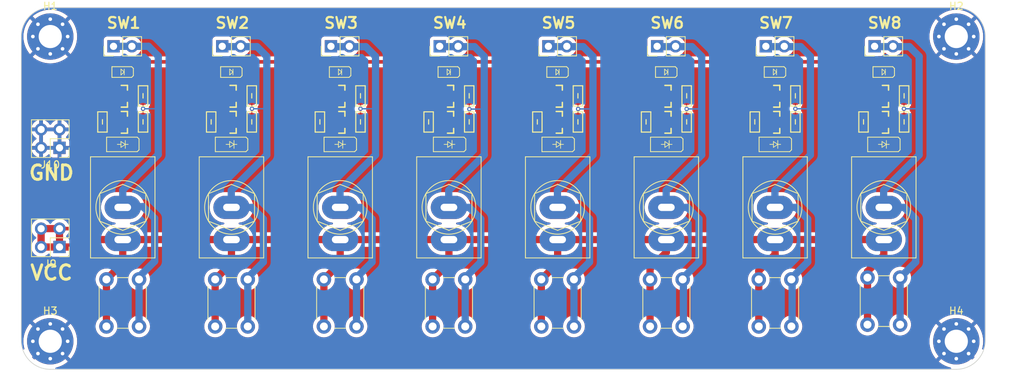
<source format=kicad_pcb>
(kicad_pcb (version 20220621) (generator pcbnew)
  (layers (0 "F.Cu" signal) (31 "B.Cu" signal) (34 "B.Paste" user) (35 "F.Paste" user) (36 "B.SilkS" user "B.Silkscreen") (37 "F.SilkS" user "F.Silkscreen") (38 "B.Mask" user) (39 "F.Mask" user) (44 "Edge.Cuts" user))
  (net 0 "")
  (net 1 "Net-(D1-K)")
  (net 2 "VCC")
  (net 3 "Net-(Q1-S)")
  (net 4 "GND")
  (net 5 "Net-(D3-K)")
  (net 6 "Net-(D4-K)")
  (net 7 "Net-(D5-K)")
  (net 8 "Net-(D6-K)")
  (net 9 "Net-(D7-K)")
  (net 10 "Net-(D8-K)")
  (net 11 "Net-(D9-K)")
  (net 12 "Net-(D10-K)")
  (net 13 "Net-(D11-K)")
  (net 14 "Net-(D12-K)")
  (net 15 "Net-(D13-K)")
  (net 16 "Net-(D14-K)")
  (net 17 "Net-(D15-K)")
  (net 18 "Net-(D16-K)")
  (net 19 "Net-(Q3-B)")
  (net 20 "Net-(Q5-B)")
  (net 21 "Net-(Q7-B)")
  (net 22 "Net-(Q10-S)")
  (net 23 "Net-(Q11-B)")
  (net 24 "Net-(Q13-B)")
  (net 25 "Net-(Q15-B)")
  (net 26 "/Switch_LED_1/Output")
  (net 27 "/Switch_LED_2/Output")
  (net 28 "/Switch_LED_3/Output")
  (net 29 "/Switch_LED_4/Output")
  (net 30 "/Switch_LED_5/Output")
  (net 31 "/Switch_LED_6/Output")
  (net 32 "/Switch_LED_7/Output")
  (net 33 "/Switch_LED_8/Output")
  (net 34 "Net-(D2-K)")
  (footprint "Library:PinHeader_1x02_P2.54mm_Vertical" (layer "F.Cu") (at 175.725 49.25 90)
    (fp_text reference "J7")
    (fp_text value "Conn_01x02")
  )
  (footprint "Library:SOT-23" (layer "F.Cu") (at 162 59.7)
    (fp_text reference "Q11")
    (fp_text value "BC817")
  )
  (footprint "Library:R_0603_1608Metric" (layer "F.Cu") (at 194.8 59.7 -90)
    (fp_text reference "R22")
    (fp_text value "10k")
  )
  (footprint "Library:SOT-23" (layer "F.Cu") (at 177 59.7)
    (fp_text reference "Q13")
    (fp_text value "BC817")
  )
  (footprint "Library:SOT-23" (layer "F.Cu") (at 87 56.1)
    (fp_text reference "Q1")
    (fp_text value "AO3400A")
  )
  (footprint "Library:R_0603_1608Metric" (layer "F.Cu") (at 114.2 59.7 -90)
    (fp_text reference "R3")
    (fp_text value "33R")
  )
  (footprint "Library:R_0603_1608Metric" (layer "F.Cu") (at 104.8 59.7 -90)
    (fp_text reference "R7")
    (fp_text value "10k")
  )
  (footprint "Library:PinHeader_1x02_P2.54mm_Vertical" (layer "F.Cu") (at 85.725 49.25 90)
    (fp_text reference "J1")
    (fp_text value "Conn_01x02")
  )
  (footprint "Library:SOT-23" (layer "F.Cu") (at 147 56.1)
    (fp_text reference "Q10")
    (fp_text value "AO3400A")
  )
  (footprint "Library:LED_0603_1608Metric" (layer "F.Cu") (at 101.98 52.8 180)
    (fp_text reference "D4")
    (fp_text value "LED")
  )
  (footprint "Library:R_0603_1608Metric" (layer "F.Cu") (at 89.8 56.1 -90)
    (fp_text reference "R5")
    (fp_text value "1k")
  )
  (footprint "Library:R_0603_1608Metric" (layer "F.Cu") (at 129.2 59.7 -90)
    (fp_text reference "R4")
    (fp_text value "33R")
  )
  (footprint "Library:SW_PUSH_6mm_H5mm" (layer "F.Cu") (at 189.75 87.7 90)
    (fp_text reference "SW15")
    (fp_text value "SW_Push")
  )
  (footprint "Library:PinHeader_1x02_P2.54mm_Vertical" (layer "F.Cu") (at 160.725 49.25 90)
    (fp_text reference "J6")
    (fp_text value "Conn_01x02")
  )
  (footprint "Library:SOT-23" (layer "F.Cu") (at 177 56.1)
    (fp_text reference "Q14")
    (fp_text value "AO3400A")
  )
  (footprint "Library:R_0603_1608Metric" (layer "F.Cu") (at 159.2 59.7 -90)
    (fp_text reference "R18")
    (fp_text value "33R")
  )
  (footprint "Library:SW_Toggle_Blue_wSlots_2_Pins" (layer "F.Cu") (at 162 71.5 90)
    (fp_text reference "SW12" hide)
    (fp_text value "SW_SPST")
  )
  (footprint "MountingHole:MountingHole_3.2mm_M3_Pad_Via" (layer "F.Cu") (at 77 47.9)
    (fp_text reference "H1")
    (fp_text value "MountingHole_Pad")
  )
  (footprint "Library:R_0603_1608Metric" (layer "F.Cu") (at 149.8 59.7 -90)
    (fp_text reference "R13")
    (fp_text value "10k")
  )
  (footprint "Library:R_0603_1608Metric" (layer "F.Cu") (at 194.8 56.1 -90)
    (fp_text reference "R23")
    (fp_text value "1k")
  )
  (footprint "Library:SW_PUSH_6mm_H5mm" (layer "F.Cu") (at 114.75 87.95 90)
    (fp_text reference "SW5")
    (fp_text value "SW_Push")
  )
  (footprint "Library:SW_Toggle_Blue_wSlots_2_Pins" (layer "F.Cu") (at 177 71.5 90)
    (fp_text reference "SW14" hide)
    (fp_text value "SW_SPST")
  )
  (footprint "Library:R_0603_1608Metric" (layer "F.Cu") (at 104.8 56.1 -90)
    (fp_text reference "R8")
    (fp_text value "1k")
  )
  (footprint "Library:R_0603_1608Metric" (layer "F.Cu") (at 119.8 56.1 -90)
    (fp_text reference "R10")
    (fp_text value "1k")
  )
  (footprint "Library:SOT-23" (layer "F.Cu") (at 192 59.7)
    (fp_text reference "Q15")
    (fp_text value "BC817")
  )
  (footprint "Library:R_0603_1608Metric" (layer "F.Cu") (at 179.8 56.1 -90)
    (fp_text reference "R20")
    (fp_text value "1k")
  )
  (footprint "Library:SW_PUSH_6mm_H5mm" (layer "F.Cu") (at 84.75 87.95 90)
    (fp_text reference "SW1")
    (fp_text value "SW_Push")
  )
  (footprint "Library:D_SOD-123" (layer "F.Cu") (at 102 62.8 180)
    (fp_text reference "D3")
    (fp_text value "BZT52C10")
  )
  (footprint "Library:R_0603_1608Metric" (layer "F.Cu") (at 164.8 56.1 -90)
    (fp_text reference "R17")
    (fp_text value "1k")
  )
  (footprint "Library:SOT-23" (layer "F.Cu") (at 192 56.1)
    (fp_text reference "Q16")
    (fp_text value "AO3400A")
  )
  (footprint "Library:PinHeader_1x02_P2.54mm_Vertical" (layer "F.Cu") (at 100.725 49.25 90)
    (fp_text reference "J2")
    (fp_text value "Conn_01x02")
  )
  (footprint "Library:LED_0603_1608Metric" (layer "F.Cu") (at 116.98 52.8 180)
    (fp_text reference "D6")
    (fp_text value "LED")
  )
  (footprint "Library:SOT-23" (layer "F.Cu") (at 102 56.1)
    (fp_text reference "Q4")
    (fp_text value "AO3400A")
  )
  (footprint "Library:PinHeader_1x02_P2.54mm_Vertical" (layer "F.Cu") (at 115.725 49.25 90)
    (fp_text reference "J3")
    (fp_text value "Conn_01x02")
  )
  (footprint "Library:SW_Toggle_Blue_wSlots_2_Pins" (layer "F.Cu") (at 147 71.5 90)
    (fp_text reference "SW10" hide)
    (fp_text value "SW_SPST")
  )
  (footprint "Library:SOT-23" (layer "F.Cu") (at 162 56.1)
    (fp_text reference "Q12")
    (fp_text value "AO3400A")
  )
  (footprint "Library:SW_PUSH_6mm_H5mm" (layer "F.Cu") (at 174.75 87.95 90)
    (fp_text reference "SW13")
    (fp_text value "SW_Push")
  )
  (footprint "Library:D_SOD-123" (layer "F.Cu") (at 87 62.8 180)
    (fp_text reference "D2")
    (fp_text value "BZT52C10")
  )
  (footprint "Library:SW_Toggle_Blue_wSlots_2_Pins" (layer "F.Cu") (at 102 71.5 90)
    (fp_text reference "SW4" hide)
    (fp_text value "SW_SPST")
  )
  (footprint "Library:SOT-23" (layer "F.Cu") (at 102 59.7)
    (fp_text reference "Q3")
    (fp_text value "BC817")
  )
  (footprint "Library:D_SOD-123" (layer "F.Cu") (at 117 62.8 180)
    (fp_text reference "D5")
    (fp_text value "BZT52C10")
  )
  (footprint "Library:SW_PUSH_6mm_H5mm" (layer "F.Cu") (at 129.75 87.95 90)
    (fp_text reference "SW7")
    (fp_text value "SW_Push")
  )
  (footprint "Library:SW_PUSH_6mm_H5mm" (layer "F.Cu") (at 159.75 87.95 90)
    (fp_text reference "SW11")
    (fp_text value "SW_Push")
  )
  (footprint "Library:SOT-23" (layer "F.Cu") (at 117 56.1)
    (fp_text reference "Q6")
    (fp_text value "AO3400A")
  )
  (footprint "Library:LED_0603_1608Metric" (layer "F.Cu") (at 176.98 52.8 180)
    (fp_text reference "D14")
    (fp_text value "LED")
  )
  (footprint "Library:D_SOD-123" (layer "F.Cu") (at 132.078571 62.8 180)
    (fp_text reference "D7")
    (fp_text value "BZT52C10")
  )
  (footprint "MountingHole:MountingHole_3.2mm_M3_Pad_Via" (layer "F.Cu") (at 202 90)
    (fp_text reference "H4")
    (fp_text value "MountingHole_Pad")
  )
  (footprint "Library:SW_Toggle_Blue_wSlots_2_Pins" (layer "F.Cu") (at 87 71.5 90)
    (fp_text reference "SW2" hide)
    (fp_text value "SW_SPST")
  )
  (footprint "Library:R_0603_1608Metric" (layer "F.Cu") (at 174.2 59.7 -90)
    (fp_text reference "R21")
    (fp_text value "33R")
  )
  (footprint "Library:SOT-23" (layer "F.Cu") (at 132 56.1)
    (fp_text reference "Q8")
    (fp_text value "AO3400A")
  )
  (footprint "Library:R_0603_1608Metric" (layer "F.Cu") (at 149.8 56.1 -90)
    (fp_text reference "R14")
    (fp_text value "1k")
  )
  (footprint "Library:R_0603_1608Metric" (layer "F.Cu") (at 164.8 59.7 -90)
    (fp_text reference "R16")
    (fp_text value "10k")
  )
  (footprint "Library:SW_PUSH_6mm_H5mm" (layer "F.Cu") (at 144.75 87.95 90)
    (fp_text reference "SW9")
    (fp_text value "SW_Push")
  )
  (footprint "Library:R_0603_1608Metric" (layer "F.Cu") (at 179.8 59.7 -90)
    (fp_text reference "R19")
    (fp_text value "10k")
  )
  (footprint "Library:LED_0603_1608Metric" (layer "F.Cu") (at 146.98 52.8 180)
    (fp_text reference "D10")
    (fp_text value "LED")
  )
  (footprint "Library:D_SOD-123" (layer "F.Cu") (at 192 62.8 180)
    (fp_text reference "D15")
    (fp_text value "BZT52C10")
  )
  (footprint "Connector_PinHeader_2.54mm:PinHeader_2x02_P2.54mm_Vertical" (layer "F.Cu") (at 78.275 63.275 180)
    (fp_text reference "J10")
    (fp_text value "GND")
  )
  (footprint "Library:R_0603_1608Metric" (layer "F.Cu") (at 99.2 59.7 -90)
    (fp_text reference "R2")
    (fp_text value "33R")
  )
  (footprint "Library:D_SOD-123" (layer "F.Cu") (at 177.019642 62.8 180)
    (fp_text reference "D13")
    (fp_text value "BZT52C10")
  )
  (footprint "Library:D_SOD-123" (layer "F.Cu") (at 147.058928 62.8 180)
    (fp_text reference "D9")
    (fp_text value "BZT52C10")
  )
  (footprint "Library:SW_PUSH_6mm_H5mm" (layer "F.Cu") (at 99.75 87.95 90)
    (fp_text reference "SW3")
    (fp_text value "SW_Push")
  )
  (footprint "Library:R_0603_1608Metric" (layer "F.Cu") (at 134.8 59.7 -90)
    (fp_text reference "R11")
    (fp_text value "10k")
  )
  (footprint "Library:PinHeader_1x02_P2.54mm_Vertical" (layer "F.Cu") (at 145.725 49.25 90)
    (fp_text reference "J5")
    (fp_text value "Conn_01x02")
  )
  (footprint "Library:D_SOD-123" (layer "F.Cu") (at 162.039285 62.8 180)
    (fp_text reference "D11")
    (fp_text value "BZT52C10")
  )
  (footprint "Library:R_0603_1608Metric" (layer "F.Cu") (at 189.2 59.7 -90)
    (fp_text reference "R24")
    (fp_text value "33R")
  )
  (footprint "Library:SW_Toggle_Blue_wSlots_2_Pins" (layer "F.Cu") (at 132 71.5 90)
    (fp_text reference "SW8" hide)
    (fp_text value "SW_SPST")
  )
  (footprint "Library:R_0603_1608Metric" (layer "F.Cu") (at 89.8 59.7 -90)
    (fp_text reference "R6")
    (fp_text value "10k")
  )
  (footprint "Library:SW_Toggle_Blue_wSlots_2_Pins" (layer "F.Cu") (at 117 71.5 90)
    (fp_text reference "SW6" hide)
    (fp_text value "SW_SPST")
  )
  (footprint "Library:SOT-23" (layer "F.Cu") (at 117 59.7)
    (fp_text reference "Q5")
    (fp_text value "BC817")
  )
  (footprint "Library:PinHeader_1x02_P2.54mm_Vertical" (layer "F.Cu") (at 130.725 49.25 90)
    (fp_text reference "J4")
    (fp_text value "Conn_01x02")
  )
  (footprint "Library:R_0603_1608Metric" (layer "F.Cu") (at 144.2 59.7 -90)
    (fp_text reference "R15")
    (fp_text value "33R")
  )
  (footprint "Library:SOT-23" (layer "F.Cu") (at 147 59.7)
    (fp_text reference "Q9")
    (fp_text value "BC817")
  )
  (footprint "Library:R_0603_1608Metric" (layer "F.Cu") (at 134.8 56.1 -90)
    (fp_text reference "R12")
    (fp_text value "1k")
  )
  (footprint "Library:LED_0603_1608Metric" (layer "F.Cu") (at 191.98 52.8 180)
    (fp_text reference "D16")
    (fp_text value "LED")
  )
  (footprint "Library:LED_0603_1608Metric" (layer "F.Cu") (at 86.98 52.8 180)
    (fp_text reference "D1")
    (fp_text value "LED")
  )
  (footprint "Library:SW_Toggle_Blue_wSlots_2_Pins" (layer "F.Cu") (at 192 71.5 90)
    (fp_text reference "SW16" hide)
    (fp_text value "SW_SPST")
  )
  (footprint "Library:R_0603_1608Metric" (layer "F.Cu") (at 119.8 59.7 -90)
    (fp_text reference "R9")
    (fp_text value "10k")
  )
  (footprint "Library:SOT-23" (layer "F.Cu") (at 132 59.7)
    (fp_text reference "Q7")
    (fp_text value "BC817")
  )
  (footprint "Library:LED_0603_1608Metric" (layer "F.Cu") (at 131.98 52.8 180)
    (fp_text reference "D8")
    (fp_text value "LED")
  )
  (footprint "MountingHole:MountingHole_3.2mm_M3_Pad_Via" (layer "F.Cu") (at 77 90)
    (fp_text reference "H3")
    (fp_text value "MountingHole_Pad")
  )
  (footprint "Library:SOT-23" (layer "F.Cu") (at 87 59.7)
    (fp_text reference "Q2")
    (fp_text value "BC817")
  )
  (footprint "Library:R_0603_1608Metric" (layer "F.Cu") (at 84.2 59.7 -90)
    (fp_text reference "R1")
    (fp_text value "33R")
  )
  (footprint "MountingHole:MountingHole_3.2mm_M3_Pad_Via" (layer "F.Cu") (at 202 47.9)
    (fp_text reference "H2")
    (fp_text value "MountingHole_Pad")
  )
  (footprint "Library:LED_0603_1608Metric" (layer "F.Cu") (at 161.98 52.8 180)
    (fp_text reference "D12")
    (fp_text value "LED")
  )
  (footprint "Connector_PinHeader_2.54mm:PinHeader_2x02_P2.54mm_Vertical" (layer "F.Cu") (at 78.275 76.975 180)
    (fp_text reference "J9")
    (fp_text value "VCC")
  )
  (footprint "Library:PinHeader_1x02_P2.54mm_Vertical" (layer "F.Cu") (at 190.725 49.25 90)
    (fp_text reference "J8")
    (fp_text value "Conn_01x02")
  )
  (gr_arc (start 73 47.9) (mid 74.171573 45.071573) (end 77 43.9) (stroke (width 0.1)) (layer "Edge.Cuts"))
  (gr_line (start 77 93.871573) (end 202 93.871573) (stroke (width 0.1)) (layer "Edge.Cuts"))
  (gr_line (start 73 47.9) (end 73 89.871573) (stroke (width 0.1)) (layer "Edge.Cuts"))
  (gr_arc (start 77 93.871573) (mid 74.171573 92.7) (end 73 89.871573) (stroke (width 0.1)) (layer "Edge.Cuts"))
  (gr_arc (start 202 43.9) (mid 204.828427 45.071573) (end 206 47.9) (stroke (width 0.1)) (layer "Edge.Cuts"))
  (gr_arc (start 206 89.871573) (mid 204.828427 92.7) (end 202 93.871573) (stroke (width 0.1)) (layer "Edge.Cuts"))
  (gr_line (start 202 43.9) (end 77 43.9) (stroke (width 0.1)) (layer "Edge.Cuts"))
  (gr_line (start 206 89.871573) (end 206 47.9) (stroke (width 0.1)) (layer "Edge.Cuts"))
  (gr_text "SW4" (at 129.639286 46.9) (layer "F.SilkS") (effects (font (size 1.5 1.5) (thickness 0.3) bold) (justify left bottom)))
  (gr_text "SW6" (at 159.639286 46.9) (layer "F.SilkS") (effects (font (size 1.5 1.5) (thickness 0.3) bold) (justify left bottom)))
  (gr_text "GND" (at 73.852381 67.9) (layer "F.SilkS") (effects (font (size 2 2) (thickness 0.4) bold) (justify left bottom)))
  (gr_text "SW5" (at 144.639286 46.9) (layer "F.SilkS") (effects (font (size 1.5 1.5) (thickness 0.3) bold) (justify left bottom)))
  (gr_text "SW2" (at 99.639286 46.9) (layer "F.SilkS") (effects (font (size 1.5 1.5) (thickness 0.3) bold) (justify left bottom)))
  (gr_text "VCC" (at 74.042857 81.7) (layer "F.SilkS") (effects (font (size 2 2) (thickness 0.4) bold) (justify left bottom)))
  (gr_text "SW1" (at 84.639286 46.9) (layer "F.SilkS") (effects (font (size 1.5 1.5) (thickness 0.3) bold) (justify left bottom)))
  (gr_text "SW8" (at 189.639286 46.9) (layer "F.SilkS") (effects (font (size 1.5 1.5) (thickness 0.3) bold) (justify left bottom)))
  (gr_text "SW3" (at 114.639286 46.9) (layer "F.SilkS") (effects (font (size 1.5 1.5) (thickness 0.3) bold) (justify left bottom)))
  (gr_text "SW7" (at 174.639286 46.9) (layer "F.SilkS") (effects (font (size 1.5 1.5) (thickness 0.3) bold) (justify left bottom)))
  (segment (start 87.7675 52.8) (end 87.7675 55.93) (width 0.2) (layer "F.Cu") (net 1))
  (segment (start 146.1925 51.4175) (end 146.175 51.4) (width 0.5) (layer "F.Cu") (net 2))
  (segment (start 191.1925 51.8925) (end 191.1925 52.8) (width 0.5) (layer "F.Cu") (net 2))
  (segment (start 174.75 81.45) (end 174.75 87.95) (width 1) (layer "F.Cu") (net 2))
  (segment (start 190.7 51.4) (end 191.1925 51.8925) (width 0.5) (layer "F.Cu") (net 2))
  (segment (start 131.225 51.4) (end 146.175 51.4) (width 0.5) (layer "F.Cu") (net 2))
  (segment (start 87 75.95) (end 102 75.95) (width 1) (layer "F.Cu") (net 2))
  (segment (start 161.1925 52.8) (end 161.1925 51.4825) (width 0.5) (layer "F.Cu") (net 2))
  (segment (start 131.1925 52.8) (end 131.1925 51.4325) (width 0.5) (layer "F.Cu") (net 2))
  (segment (start 147 79.2) (end 144.75 81.45) (width 1) (layer "F.Cu") (net 2))
  (segment (start 189.75 80.35) (end 189.75 81.2) (width 1) (layer "F.Cu") (net 2))
  (segment (start 177 75.95) (end 177 78) (width 1) (layer "F.Cu") (net 2))
  (segment (start 161.1925 51.4825) (end 161.275 51.4) (width 0.5) (layer "F.Cu") (net 2))
  (segment (start 102 79.2) (end 99.75 81.45) (width 1) (layer "F.Cu") (net 2))
  (segment (start 192 78.1) (end 189.75 80.35) (width 1) (layer "F.Cu") (net 2))
  (segment (start 162 77.7) (end 159.75 79.95) (width 1) (layer "F.Cu") (net 2))
  (segment (start 84.75 81.45) (end 84.75 87.95) (width 1) (layer "F.Cu") (net 2))
  (segment (start 78.275 74.435) (end 78.275 76.975) (width 1) (layer "F.Cu") (net 2))
  (segment (start 146.175 51.4) (end 161.275 51.4) (width 0.5) (layer "F.Cu") (net 2))
  (segment (start 144.75 81.45) (end 144.75 87.95) (width 1) (layer "F.Cu") (net 2))
  (segment (start 189.75 81.2) (end 189.75 87.7) (width 1) (layer "F.Cu") (net 2))
  (segment (start 81.975 72.85) (end 81.975 53.225) (width 0.5) (layer "F.Cu") (net 2))
  (segment (start 80.39 74.435) (end 81.975 72.85) (width 0.5) (layer "F.Cu") (net 2))
  (segment (start 192 75.95) (end 177 75.95) (width 1) (layer "F.Cu") (net 2))
  (segment (start 117 75.95) (end 117 79.2) (width 1) (layer "F.Cu") (net 2))
  (segment (start 116.1925 51.4175) (end 116.175 51.4) (width 0.5) (layer "F.Cu") (net 2))
  (segment (start 102 75.95) (end 102 79.2) (width 1) (layer "F.Cu") (net 2))
  (segment (start 131.1925 51.4325) (end 131.225 51.4) (width 0.5) (layer "F.Cu") (net 2))
  (segment (start 132 75.95) (end 132 79.2) (width 1) (layer "F.Cu") (net 2))
  (segment (start 83.8 51.4) (end 86.2 51.4) (width 0.5) (layer "F.Cu") (net 2))
  (segment (start 75.735 76.975) (end 78.275 76.975) (width 1) (layer "F.Cu") (net 2))
  (segment (start 114.75 81.45) (end 114.75 87.95) (width 1) (layer "F.Cu") (net 2))
  (segment (start 75.735 74.435) (end 75.735 76.975) (width 1) (layer "F.Cu") (net 2))
  (segment (start 87 79.2) (end 84.75 81.45) (width 1) (layer "F.Cu") (net 2))
  (segment (start 132 79.2) (end 129.75 81.45) (width 1) (layer "F.Cu") (net 2))
  (segment (start 116.1925 52.8) (end 116.1925 51.4175) (width 0.5) (layer "F.Cu") (net 2))
  (segment (start 86.1925 51.4075) (end 86.2 51.4) (width 0.5) (layer "F.Cu") (net 2))
  (segment (start 87 75.95) (end 87 79.2) (width 1) (layer "F.Cu") (net 2))
  (segment (start 192 75.95) (end 192 78.1) (width 1) (layer "F.Cu") (net 2))
  (segment (start 176.15 51.4) (end 190.7 51.4) (width 0.5) (layer "F.Cu") (net 2))
  (segment (start 159.75 81.45) (end 159.75 87.95) (width 1) (layer "F.Cu") (net 2))
  (segment (start 177 78) (end 174.75 80.25) (width 1) (layer "F.Cu") (net 2))
  (segment (start 78.275 74.435) (end 80.39 74.435) (width 0.5) (layer "F.Cu") (net 2))
  (segment (start 86.2 51.4) (end 101.25 51.4) (width 0.5) (layer "F.Cu") (net 2))
  (segment (start 174.75 80.25) (end 174.75 81.45) (width 1) (layer "F.Cu") (net 2))
  (segment (start 101.1925 52.8) (end 101.1925 51.4575) (width 0.5) (layer "F.Cu") (net 2))
  (segment (start 176.1925 51.4425) (end 176.15 51.4) (width 0.5) (layer "F.Cu") (net 2))
  (segment (start 161.275 51.4) (end 176.15 51.4) (width 0.5) (layer "F.Cu") (net 2))
  (segment (start 116.175 51.4) (end 131.225 51.4) (width 0.5) (layer "F.Cu") (net 2))
  (segment (start 159.75 79.95) (end 159.75 81.45) (width 1) (layer "F.Cu") (net 2))
  (segment (start 78.275 76.975) (end 81.425 76.975) (width 1) (layer "F.Cu") (net 2))
  (segment (start 75.735 74.435) (end 78.275 74.435) (width 1) (layer "F.Cu") (net 2))
  (segment (start 99.75 81.45) (end 99.75 87.95) (width 1) (layer "F.Cu") (net 2))
  (segment (start 117 79.2) (end 114.75 81.45) (width 1) (layer "F.Cu") (net 2))
  (segment (start 86.1925 52.8) (end 86.1925 51.4075) (width 0.5) (layer "F.Cu") (net 2))
  (segment (start 147 75.95) (end 147 79.2) (width 1) (layer "F.Cu") (net 2))
  (segment (start 101.25 51.4) (end 116.175 51.4) (width 0.5) (layer "F.Cu") (net 2))
  (segment (start 87 75.95) (end 82.45 75.95) (width 1) (layer "F.Cu") (net 2))
  (segment (start 162 75.95) (end 162 77.7) (width 1) (layer "F.Cu") (net 2))
  (segment (start 81.975 53.225) (end 83.8 51.4) (width 0.5) (layer "F.Cu") (net 2))
  (segment (start 102 75.95) (end 177 75.95) (width 1) (layer "F.Cu") (net 2))
  (segment (start 101.1925 51.4575) (end 101.25 51.4) (width 0.5) (layer "F.Cu") (net 2))
  (segment (start 129.75 81.45) (end 129.75 87.95) (width 1) (layer "F.Cu") (net 2))
  (segment (start 82.45 75.95) (end 81.425 76.975) (width 1) (layer "F.Cu") (net 2))
  (segment (start 176.1925 52.8) (end 176.1925 51.4425) (width 0.5) (layer "F.Cu") (net 2))
  (segment (start 146.1925 52.8) (end 146.1925 51.4175) (width 0.5) (layer "F.Cu") (net 2))
  (segment (start 86.0625 57.05) (end 86.0625 58.75) (width 0.2) (layer "F.Cu") (net 3))
  (segment (start 84.2 58.875) (end 85.9375 58.875) (width 0.2) (layer "F.Cu") (net 3))
  (segment (start 102.9075 62.5) (end 103.2075 62.8) (width 0.2) (layer "F.Cu") (net 5))
  (segment (start 104.8075 55.611396) (end 102.945 57.473896) (width 0.2) (layer "F.Cu") (net 5))
  (segment (start 102.945 59.7) (end 102.945 57.473896) (width 0.2) (layer "F.Cu") (net 5))
  (segment (start 104.8075 55.275) (end 104.8075 55.611396) (width 0.2) (layer "F.Cu") (net 5))
  (segment (start 102.9075 59.7375) (end 102.9075 62.5) (width 0.2) (layer "F.Cu") (net 5))
  (segment (start 101.07 55.606396) (end 102.9375 57.473896) (width 0.2) (layer "F.Cu") (net 5))
  (segment (start 101.07 55.1575) (end 101.07 55.606396) (width 0.2) (layer "F.Cu") (net 5))
  (segment (start 102.9375 57.473896) (end 102.945 57.473896) (width 0.2) (layer "F.Cu") (net 5))
  (segment (start 103.2075 62.8) (end 103.6575 62.8) (width 0.2) (layer "F.Cu") (net 5))
  (segment (start 102.775 52.8) (end 102.775 55.93) (width 0.2) (layer "F.Cu") (net 6))
  (segment (start 117.9075 62.5) (end 118.2075 62.8) (width 0.2) (layer "F.Cu") (net 7))
  (segment (start 116.0625 55.6375) (end 117.898896 57.473896) (width 0.2) (layer "F.Cu") (net 7))
  (segment (start 118.2075 62.8) (end 118.6575 62.8) (width 0.2) (layer "F.Cu") (net 7))
  (segment (start 119.8075 55.611396) (end 117.945 57.473896) (width 0.2) (layer "F.Cu") (net 7))
  (segment (start 117.898896 57.473896) (end 117.945 57.473896) (width 0.2) (layer "F.Cu") (net 7))
  (segment (start 119.8075 55.275) (end 119.8075 55.611396) (width 0.2) (layer "F.Cu") (net 7))
  (segment (start 116.0625 55.15) (end 116.0625 55.6375) (width 0.2) (layer "F.Cu") (net 7))
  (segment (start 117.9075 59.7375) (end 117.9075 62.5) (width 0.2) (layer "F.Cu") (net 7))
  (segment (start 117.945 59.7) (end 117.945 57.473896) (width 0.2) (layer "F.Cu") (net 7))
  (segment (start 117.775 52.8) (end 117.775 55.93) (width 0.2) (layer "F.Cu") (net 8))
  (segment (start 132.9075 62.5) (end 133.2075 62.8) (width 0.2) (layer "F.Cu") (net 9))
  (segment (start 132.9075 59.7375) (end 132.9075 62.5) (width 0.2) (layer "F.Cu") (net 9))
  (segment (start 131.0625 55.15) (end 131.0625 55.598896) (width 0.2) (layer "F.Cu") (net 9))
  (segment (start 134.8075 55.611396) (end 132.945 57.473896) (width 0.2) (layer "F.Cu") (net 9))
  (segment (start 132.9375 57.473896) (end 132.945 57.473896) (width 0.2) (layer "F.Cu") (net 9))
  (segment (start 134.8075 55.275) (end 134.8075 55.611396) (width 0.2) (layer "F.Cu") (net 9))
  (segment (start 131.0625 55.598896) (end 132.9375 57.473896) (width 0.2) (layer "F.Cu") (net 9))
  (segment (start 133.2075 62.8) (end 133.6575 62.8) (width 0.2) (layer "F.Cu") (net 9))
  (segment (start 132.945 59.7) (end 132.945 57.473896) (width 0.2) (layer "F.Cu") (net 9))
  (segment (start 132.775 52.8) (end 132.775 55.93) (width 0.2) (layer "F.Cu") (net 10))
  (segment (start 147.9375 57.473896) (end 147.945 57.473896) (width 0.2) (layer "F.Cu") (net 11))
  (segment (start 147.945 59.7) (end 147.945 57.473896) (width 0.2) (layer "F.Cu") (net 11))
  (segment (start 148.2075 62.8) (end 148.6575 62.8) (width 0.2) (layer "F.Cu") (net 11))
  (segment (start 147.9075 62.5) (end 148.2075 62.8) (width 0.2) (layer "F.Cu") (net 11))
  (segment (start 146.0625 55.598896) (end 147.9375 57.473896) (width 0.2) (layer "F.Cu") (net 11))
  (segment (start 149.8075 55.611396) (end 147.945 57.473896) (width 0.2) (layer "F.Cu") (net 11))
  (segment (start 147.9075 59.7375) (end 147.9075 62.5) (width 0.2) (layer "F.Cu") (net 11))
  (segment (start 146.0625 55.15) (end 146.0625 55.598896) (width 0.2) (layer "F.Cu") (net 11))
  (segment (start 149.8075 55.275) (end 149.8075 55.611396) (width 0.2) (layer "F.Cu") (net 11))
  (segment (start 147.775 52.8) (end 147.775 55.93) (width 0.2) (layer "F.Cu") (net 12))
  (segment (start 162.898896 57.473896) (end 161.045 55.62) (width 0.2) (layer "F.Cu") (net 13))
  (segment (start 162.8825 59.7375) (end 162.8825 62.5) (width 0.2) (layer "F.Cu") (net 13))
  (segment (start 161.045 55.62) (end 161.045 55.15) (width 0.2) (layer "F.Cu") (net 13))
  (segment (start 164.8 55.275) (end 164.8 55.65) (width 0.2) (layer "F.Cu") (net 13))
  (segment (start 162.92 57.473896) (end 162.898896 57.473896) (width 0.2) (layer "F.Cu") (net 13))
  (segment (start 162.976104 57.473896) (end 162.92 57.473896) (width 0.2) (layer "F.Cu") (net 13))
  (segment (start 162.92 59.7) (end 162.92 57.473896) (width 0.2) (layer "F.Cu") (net 13))
  (segment (start 163.1825 62.8) (end 163.6325 62.8) (width 0.2) (layer "F.Cu") (net 13))
  (segment (start 164.8 55.65) (end 162.976104 57.473896) (width 0.2) (layer "F.Cu") (net 13))
  (segment (start 162.8825 62.5) (end 163.1825 62.8) (width 0.2) (layer "F.Cu") (net 13))
  (segment (start 162.75 52.8) (end 162.75 55.93) (width 0.2) (layer "F.Cu") (net 14))
  (segment (start 177.9075 62.5) (end 178.2075 62.8) (width 0.2) (layer "F.Cu") (net 15))
  (segment (start 179.8075 55.275) (end 179.8075 55.611396) (width 0.2) (layer "F.Cu") (net 15))
  (segment (start 176.0625 55.598896) (end 177.945 57.481396) (width 0.2) (layer "F.Cu") (net 15))
  (segment (start 176.0625 55.15) (end 176.0625 55.598896) (width 0.2) (layer "F.Cu") (net 15))
  (segment (start 177.945 59.7) (end 177.945 57.595) (width 0.2) (layer "F.Cu") (net 15))
  (segment (start 177.945 57.595) (end 177.945 57.473896) (width 0.2) (layer "F.Cu") (net 15))
  (segment (start 177.9075 59.7375) (end 177.9075 62.5) (width 0.2) (layer "F.Cu") (net 15))
  (segment (start 179.8075 55.611396) (end 177.945 57.473896) (width 0.2) (layer "F.Cu") (net 15))
  (segment (start 178.2075 62.8) (end 178.6575 62.8) (width 0.2) (layer "F.Cu") (net 15))
  (segment (start 177.945 57.481396) (end 177.945 57.595) (width 0.2) (layer "F.Cu") (net 15))
  (segment (start 177.775 52.8) (end 177.775 55.93) (width 0.2) (layer "F.Cu") (net 16))
  (segment (start 192.92 57.498896) (end 191.045 55.623896) (width 0.2) (layer "F.Cu") (net 17))
  (segment (start 191.045 55.623896) (end 191.045 55.175) (width 0.2) (layer "F.Cu") (net 17))
  (segment (start 192.8825 62.525) (end 193.1825 62.825) (width 0.2) (layer "F.Cu") (net 17))
  (segment (start 194.7825 55.636396) (end 192.92 57.498896) (width 0.2) (layer "F.Cu") (net 17))
  (segment (start 192.92 59.725) (end 192.92 57.498896) (width 0.2) (layer "F.Cu") (net 17))
  (segment (start 193.1825 62.825) (end 193.6325 62.825) (width 0.2) (layer "F.Cu") (net 17))
  (segment (start 192.8825 59.7625) (end 192.8825 62.525) (width 0.2) (layer "F.Cu") (net 17))
  (segment (start 194.7825 55.3) (end 194.7825 55.636396) (width 0.2) (layer "F.Cu") (net 17))
  (segment (start 192.75 52.825) (end 192.75 55.955) (width 0.2) (layer "F.Cu") (net 18))
  (segment (start 99.2075 58.875) (end 100.945 58.875) (width 0.2) (layer "F.Cu") (net 19))
  (segment (start 101.07 57.05) (end 101.07 58.75) (width 0.2) (layer "F.Cu") (net 19))
  (segment (start 114.2075 58.875) (end 115.945 58.875) (width 0.2) (layer "F.Cu") (net 20))
  (segment (start 116.07 57.05) (end 116.07 58.75) (width 0.2) (layer "F.Cu") (net 20))
  (segment (start 131.07 57.05) (end 131.07 58.75) (width 0.2) (layer "F.Cu") (net 21))
  (segment (start 129.2075 58.875) (end 130.945 58.875) (width 0.2) (layer "F.Cu") (net 21))
  (segment (start 146.07 57.05) (end 146.07 58.75) (width 0.2) (layer "F.Cu") (net 22))
  (segment (start 144.2075 58.875) (end 145.945 58.875) (width 0.2) (layer "F.Cu") (net 22))
  (segment (start 161.045 57.05) (end 161.045 58.75) (width 0.2) (layer "F.Cu") (net 23))
  (segment (start 159.1825 58.875) (end 160.92 58.875) (width 0.2) (layer "F.Cu") (net 23))
  (segment (start 174.2075 58.875) (end 175.945 58.875) (width 0.2) (layer "F.Cu") (net 24))
  (segment (start 176.07 57.05) (end 176.07 58.75) (width 0.2) (layer "F.Cu") (net 24))
  (segment (start 191.045 57.075) (end 191.045 58.775) (width 0.2) (layer "F.Cu") (net 25))
  (segment (start 189.1825 58.9) (end 190.92 58.9) (width 0.2) (layer "F.Cu") (net 25))
  (segment (start 89.8 56.925) (end 89.8 58.875) (width 0.2) (layer "F.Cu") (net 26))
  (via (at 89.8 57.875) (size 0.6) (drill 0.3) (layers "F.Cu" "B.Cu") (net 26))
  (segment (start 91.9 50.6) (end 90.55 49.25) (width 1) (layer "B.Cu") (net 26))
  (segment (start 89.25 87.6) (end 89.25 81.1) (width 1) (layer "B.Cu") (net 26))
  (segment (start 90.55 49.25) (end 88.265 49.25) (width 1) (layer "B.Cu") (net 26))
  (segment (start 87 71.5) (end 87 69.1) (width 1) (layer "B.Cu") (net 26))
  (segment (start 89.8 71.4) (end 91.4 73) (width 1) (layer "B.Cu") (net 26))
  (segment (start 91.4 78.95) (end 89.25 81.1) (width 1) (layer "B.Cu") (net 26))
  (segment (start 87 71.4) (end 89.8 71.4) (width 1) (layer "B.Cu") (net 26))
  (segment (start 89.8 57.875) (end 91.725 57.875) (width 0.2) (layer "B.Cu") (net 26))
  (segment (start 85.725 49.25) (end 88.265 49.25) (width 1) (layer "B.Cu") (net 26))
  (segment (start 91.9 64.2) (end 91.9 50.6) (width 1) (layer "B.Cu") (net 26))
  (segment (start 87 69.1) (end 91.9 64.2) (width 1) (layer "B.Cu") (net 26))
  (segment (start 91.4 73) (end 91.4 78.95) (width 1) (layer "B.Cu") (net 26))
  (segment (start 104.825 57.875) (end 104.8075 57.8925) (width 0.2) (layer "F.Cu") (net 27))
  (segment (start 104.8075 57.8575) (end 104.825 57.875) (width 0.2) (layer "F.Cu") (net 27))
  (segment (start 104.8075 57.8925) (end 104.8075 58.875) (width 0.2) (layer "F.Cu") (net 27))
  (segment (start 104.8075 56.925) (end 104.8075 57.8575) (width 0.2) (layer "F.Cu") (net 27))
  (via (at 104.825 57.875) (size 0.6) (drill 0.3) (layers "F.Cu" "B.Cu") (net 27))
  (segment (start 101.975 69.15) (end 106.875 64.25) (width 1) (layer "B.Cu") (net 27))
  (segment (start 104.25 87.7) (end 104.25 81.2) (width 1) (layer "B.Cu") (net 27))
  (segment (start 102 71.5) (end 104.8 71.5) (width 1) (layer "B.Cu") (net 27))
  (segment (start 101.975 71.55) (end 101.975 69.15) (width 1) (layer "B.Cu") (net 27))
  (segment (start 106.875 57.75) (end 106.875 50.65) (width 1) (layer "B.Cu") (net 27))
  (segment (start 106.4 79.05) (end 104.25 81.2) (width 1) (layer "B.Cu") (net 27))
  (segment (start 106.875 50.65) (end 105.525 49.3) (width 1) (layer "B.Cu") (net 27))
  (segment (start 106.875 64.25) (end 106.875 57.75) (width 1) (layer "B.Cu") (net 27))
  (segment (start 106.75 57.875) (end 106.875 57.75) (width 0.2) (layer "B.Cu") (net 27))
  (segment (start 105.525 49.3) (end 103.24 49.3) (width 1) (layer "B.Cu") (net 27))
  (segment (start 106.4 73.1) (end 106.4 79.05) (width 1) (layer "B.Cu") (net 27))
  (segment (start 104.825 57.875) (end 106.75 57.875) (width 0.2) (layer "B.Cu") (net 27))
  (segment (start 100.7 49.3) (end 103.24 49.3) (width 1) (layer "B.Cu") (net 27))
  (segment (start 104.8 71.5) (end 106.4 73.1) (width 1) (layer "B.Cu") (net 27))
  (segment (start 119.8075 56.925) (end 119.8075 58.875) (width 0.2) (layer "F.Cu") (net 28))
  (via (at 119.8 57.875) (size 0.6) (drill 0.3) (layers "F.Cu" "B.Cu") (net 28))
  (segment (start 119.8 71.5) (end 121.4 73.1) (width 1) (layer "B.Cu") (net 28))
  (segment (start 121.4 73.1) (end 121.4 79.05) (width 1) (layer "B.Cu") (net 28))
  (segment (start 121.875 64.25) (end 121.875 50.65) (width 1) (layer "B.Cu") (net 28))
  (segment (start 120.525 49.3) (end 118.24 49.3) (width 1) (layer "B.Cu") (net 28))
  (segment (start 117 71.5) (end 119.8 71.5) (width 1) (layer "B.Cu") (net 28))
  (segment (start 115.7 49.3) (end 118.24 49.3) (width 1) (layer "B.Cu") (net 28))
  (segment (start 121.875 50.65) (end 120.525 49.3) (width 1) (layer "B.Cu") (net 28))
  (segment (start 116.975 71.55) (end 116.975 69.15) (width 1) (layer "B.Cu") (net 28))
  (segment (start 116.975 69.15) (end 121.875 64.25) (width 1) (layer "B.Cu") (net 28))
  (segment (start 121.4 79.05) (end 119.25 81.2) (width 1) (layer "B.Cu") (net 28))
  (segment (start 119.8 57.875) (end 121.725 57.875) (width 0.2) (layer "B.Cu") (net 28))
  (segment (start 119.25 87.7) (end 119.25 81.2) (width 1) (layer "B.Cu") (net 28))
  (segment (start 134.8075 56.925) (end 134.8075 58.875) (width 0.2) (layer "F.Cu") (net 29))
  (via (at 134.825 57.925) (size 0.6) (drill 0.3) (layers "F.Cu" "B.Cu") (net 29))
  (segment (start 136.4 73.1) (end 136.4 79.05) (width 1) (layer "B.Cu") (net 29))
  (segment (start 136.875 50.65) (end 135.525 49.3) (width 1) (layer "B.Cu") (net 29))
  (segment (start 134.8 71.5) (end 136.4 73.1) (width 1) (layer "B.Cu") (net 29))
  (segment (start 131.975 71.55) (end 131.975 69.15) (width 1) (layer "B.Cu") (net 29))
  (segment (start 135.525 49.3) (end 133.24 49.3) (width 1) (layer "B.Cu") (net 29))
  (segment (start 131.975 69.15) (end 136.875 64.25) (width 1) (layer "B.Cu") (net 29))
  (segment (start 134.825 57.925) (end 136.75 57.925) (width 0.2) (layer "B.Cu") (net 29))
  (segment (start 136.4 79.05) (end 134.25 81.2) (width 1) (layer "B.Cu") (net 29))
  (segment (start 132 71.5) (end 134.8 71.5) (width 1) (layer "B.Cu") (net 29))
  (segment (start 136.875 64.25) (end 136.875 50.65) (width 1) (layer "B.Cu") (net 29))
  (segment (start 130.7 49.3) (end 133.24 49.3) (width 1) (layer "B.Cu") (net 29))
  (segment (start 134.25 87.7) (end 134.25 81.2) (width 1) (layer "B.Cu") (net 29))
  (segment (start 149.8075 56.925) (end 149.8075 58.875) (width 0.2) (layer "F.Cu") (net 30))
  (via (at 149.825 57.9) (size 0.6) (drill 0.3) (layers "F.Cu" "B.Cu") (net 30))
  (segment (start 147 71.5) (end 149.8 71.5) (width 1) (layer "B.Cu") (net 30))
  (segment (start 151.4 79.05) (end 149.25 81.2) (width 1) (layer "B.Cu") (net 30))
  (segment (start 149.8 71.5) (end 151.4 73.1) (width 1) (layer "B.Cu") (net 30))
  (segment (start 151.4 73.1) (end 151.4 79.05) (width 1) (layer "B.Cu") (net 30))
  (segment (start 149.25 87.7) (end 149.25 81.2) (width 1) (layer "B.Cu") (net 30))
  (segment (start 151.875 50.65) (end 150.525 49.3) (width 1) (layer "B.Cu") (net 30))
  (segment (start 146.975 71.55) (end 146.975 69.15) (width 1) (layer "B.Cu") (net 30))
  (segment (start 145.7 49.3) (end 148.24 49.3) (width 1) (layer "B.Cu") (net 30))
  (segment (start 149.825 57.9) (end 151.75 57.9) (width 0.2) (layer "B.Cu") (net 30))
  (segment (start 151.875 64.25) (end 151.875 50.65) (width 1) (layer "B.Cu") (net 30))
  (segment (start 150.525 49.3) (end 148.24 49.3) (width 1) (layer "B.Cu") (net 30))
  (segment (start 146.975 69.15) (end 151.875 64.25) (width 1) (layer "B.Cu") (net 30))
  (segment (start 164.7825 56.925) (end 164.7825 58.875) (width 0.2) (layer "F.Cu") (net 31))
  (via (at 164.8 57.9) (size 0.6) (drill 0.3) (layers "F.Cu" "B.Cu") (net 31))
  (segment (start 166.5 73.1) (end 166.5 79.05) (width 1) (layer "B.Cu") (net 31))
  (segment (start 161.975 69.15) (end 166.875 64.25) (width 1) (layer "B.Cu") (net 31))
  (segment (start 161.975 71.55) (end 161.975 69.15) (width 1) (layer "B.Cu") (net 31))
  (segment (start 164.8 57.9) (end 166.725 57.9) (width 0.2) (layer "B.Cu") (net 31))
  (segment (start 166.5 79.05) (end 164.35 81.2) (width 1) (layer "B.Cu") (net 31))
  (segment (start 162.1 71.5) (end 164.9 71.5) (width 1) (layer "B.Cu") (net 31))
  (segment (start 166.875 50.65) (end 165.525 49.3) (width 1) (layer "B.Cu") (net 31))
  (segment (start 160.7 49.3) (end 163.24 49.3) (width 1) (layer "B.Cu") (net 31))
  (segment (start 165.525 49.3) (end 163.24 49.3) (width 1) (layer "B.Cu") (net 31))
  (segment (start 166.875 64.25) (end 166.875 50.65) (width 1) (layer "B.Cu") (net 31))
  (segment (start 164.35 87.7) (end 164.35 81.2) (width 1) (layer "B.Cu") (net 31))
  (segment (start 164.9 71.5) (end 166.5 73.1) (width 1) (layer "B.Cu") (net 31))
  (segment (start 179.8075 56.925) (end 179.8075 58.875) (width 0.2) (layer "F.Cu") (net 32))
  (via (at 179.8 57.875) (size 0.6) (drill 0.3) (layers "F.Cu" "B.Cu") (net 32))
  (segment (start 180.525 49.3) (end 178.24 49.3) (width 1) (layer "B.Cu") (net 32))
  (segment (start 176.975 69.15) (end 181.875 64.25) (width 1) (layer "B.Cu") (net 32))
  (segment (start 181.5 73.1) (end 181.5 79.05) (width 1) (layer "B.Cu") (net 32))
  (segment (start 181.875 64.25) (end 181.875 50.65) (width 1) (layer "B.Cu") (net 32))
  (segment (start 179.35 87.7) (end 179.35 81.2) (width 1) (layer "B.Cu") (net 32))
  (segment (start 177.1 71.5) (end 179.9 71.5) (width 1) (layer "B.Cu") (net 32))
  (segment (start 175.7 49.3) (end 178.24 49.3) (width 1) (layer "B.Cu") (net 32))
  (segment (start 181.875 50.65) (end 180.525 49.3) (width 1) (layer "B.Cu") (net 32))
  (segment (start 176.975 71.55) (end 176.975 69.15) (width 1) (layer "B.Cu") (net 32))
  (segment (start 179.9 71.5) (end 181.5 73.1) (width 1) (layer "B.Cu") (net 32))
  (segment (start 179.8 57.875) (end 181.725 57.875) (width 0.2) (layer "B.Cu") (net 32))
  (segment (start 181.5 79.05) (end 179.35 81.2) (width 1) (layer "B.Cu") (net 32))
  (segment (start 194.7825 56.95) (end 194.7825 58.9) (width 0.2) (layer "F.Cu") (net 33))
  (via (at 194.775 57.875) (size 0.6) (drill 0.3) (layers "F.Cu" "B.Cu") (net 33))
  (segment (start 194.775 57.875) (end 196.7 57.875) (width 0.2) (layer "B.Cu") (net 33))
  (segment (start 194.8 71.5) (end 196.4 73.1) (width 1) (layer "B.Cu") (net 33))
  (segment (start 196.875 50.65) (end 195.525 49.3) (width 1) (layer "B.Cu") (net 33))
  (segment (start 196.4 79.05) (end 194.25 81.2) (width 1) (layer "B.Cu") (net 33))
  (segment (start 190.7 49.3) (end 193.24 49.3) (width 1) (layer "B.Cu") (net 33))
  (segment (start 191.975 69.15) (end 196.875 64.25) (width 1) (layer "B.Cu") (net 33))
  (segment (start 191.975 71.55) (end 191.975 69.15) (width 1) (layer "B.Cu") (net 33))
  (segment (start 194.25 87.7) (end 194.25 81.2) (width 1) (layer "B.Cu") (net 33))
  (segment (start 192 71.5) (end 194.8 71.5) (width 1) (layer "B.Cu") (net 33))
  (segment (start 196.4 73.1) (end 196.4 79.05) (width 1) (layer "B.Cu") (net 33))
  (segment (start 196.875 64.25) (end 196.875 50.65) (width 1) (layer "B.Cu") (net 33))
  (segment (start 195.525 49.3) (end 193.24 49.3) (width 1) (layer "B.Cu") (net 33))
  (segment (start 87.9375 59.7) (end 87.9375 57.473896) (width 0.2) (layer "F.Cu") (net 34))
  (segment (start 86.0625 55.598896) (end 86.0625 55.15) (width 0.2) (layer "F.Cu") (net 34))
  (segment (start 88.2 62.8) (end 88.65 62.8) (width 0.2) (layer "F.Cu") (net 34))
  (segment (start 89.8 55.275) (end 89.8 55.611396) (width 0.2) (layer "F.Cu") (net 34))
  (segment (start 89.8 55.611396) (end 87.9375 57.473896) (width 0.2) (layer "F.Cu") (net 34))
  (segment (start 87.9 59.7375) (end 87.9 62.5) (width 0.2) (layer "F.Cu") (net 34))
  (segment (start 87.9 62.5) (end 88.2 62.8) (width 0.2) (layer "F.Cu") (net 34))
  (segment (start 87.9375 57.473896) (end 86.0625 55.598896) (width 0.2) (layer "F.Cu") (net 34))
  (zone (net 4) (net_name "GND") (layer "F.Cu") (connect_pads (clearance 0.508)) (min_thickness 0.254) (fill yes (thermal_gap 0.508) (thermal_bridge_width 0.508) (island_removal_mode 2) (island_area_min 10))
    (polygon (pts (xy 207 95.1) (xy 72 95.1) (xy 72 43) (xy 207 43)))
  )
  (zone (net 4) (net_name "GND") (layers F&B.Cu) (connect_pads (clearance 0.508)) (min_thickness 0.254) (fill yes (thermal_gap 0.508) (thermal_bridge_width 0.508) (island_removal_mode 2) (island_area_min 10))
    (polygon (pts (xy 207 95.1) (xy 72 95.1) (xy 72 43) (xy 207 43)))
  )
)
</source>
